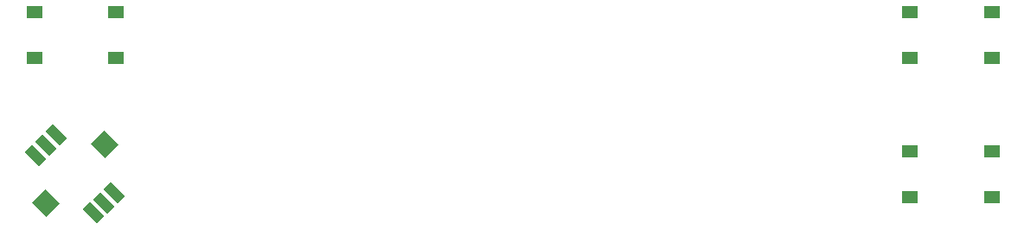
<source format=gbr>
G04 #@! TF.GenerationSoftware,KiCad,Pcbnew,7.99.0-1.20230515git1adcb86.fc37*
G04 #@! TF.CreationDate,2023-05-21T15:33:57+01:00*
G04 #@! TF.ProjectId,tr23-badge-r2,74723233-2d62-4616-9467-652d72322e6b,r2*
G04 #@! TF.SameCoordinates,Original*
G04 #@! TF.FileFunction,Paste,Top*
G04 #@! TF.FilePolarity,Positive*
%FSLAX46Y46*%
G04 Gerber Fmt 4.6, Leading zero omitted, Abs format (unit mm)*
G04 Created by KiCad (PCBNEW 7.99.0-1.20230515git1adcb86.fc37) date 2023-05-21 15:33:57*
%MOMM*%
%LPD*%
G01*
G04 APERTURE LIST*
G04 Aperture macros list*
%AMRotRect*
0 Rectangle, with rotation*
0 The origin of the aperture is its center*
0 $1 length*
0 $2 width*
0 $3 Rotation angle, in degrees counterclockwise*
0 Add horizontal line*
21,1,$1,$2,0,0,$3*%
G04 Aperture macros list end*
%ADD10R,1.550000X1.300000*%
%ADD11RotRect,2.000000X1.000000X135.000000*%
%ADD12RotRect,2.000000X1.800000X135.000000*%
G04 APERTURE END LIST*
D10*
G04 #@! TO.C,S4*
X101647000Y-67167500D03*
X109607000Y-67167500D03*
X109607000Y-71667500D03*
X101647000Y-71667500D03*
G04 #@! TD*
D11*
G04 #@! TO.C,S5*
X107447801Y-86828555D03*
X108455427Y-85820927D03*
X109463054Y-84813300D03*
X101790946Y-81171700D03*
X102798573Y-80164073D03*
X103806200Y-79156446D03*
D12*
X102763218Y-85856282D03*
X108490783Y-80128718D03*
G04 #@! TD*
D10*
G04 #@! TO.C,S6*
X187397000Y-67167500D03*
X195357000Y-67167500D03*
X195357000Y-71667500D03*
X187397000Y-71667500D03*
G04 #@! TD*
G04 #@! TO.C,S7*
X187397000Y-80742500D03*
X195357000Y-80742500D03*
X195357000Y-85242500D03*
X187397000Y-85242500D03*
G04 #@! TD*
M02*

</source>
